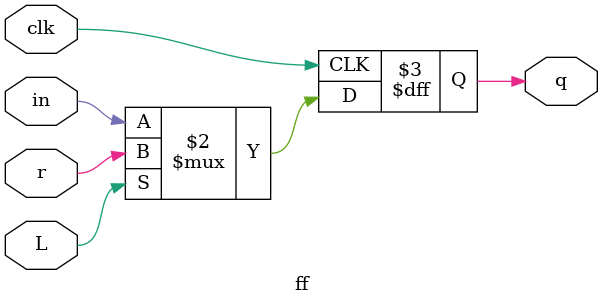
<source format=v>
module top_module (
	input [2:0] SW,      // R
	input [1:0] KEY,     // L and clk
	output [2:0] LEDR);  // Q

    ff u0(KEY[0] , KEY[1] , SW[0] , LEDR[2] , LEDR[0]);
    ff u1(KEY[0] , KEY[1] , SW[1] , LEDR[0] , LEDR[1]);
    ff u2(KEY[0] , KEY[1] , SW[2] , LEDR[1]^LEDR[2] , LEDR[2]);

endmodule

module ff (
    input clk,
	input L,
    input r,in,
    output reg q);
    
    always@(posedge clk)
        q <= L ? r : in;
    
endmodule
</source>
